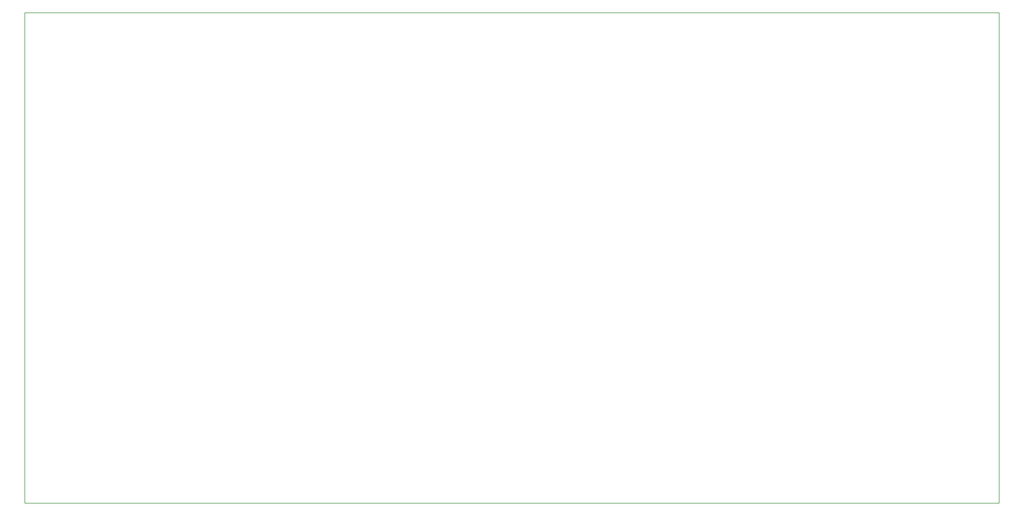
<source format=gm1>
G04*
G04 Format:               Gerber RS-274X*
G04 Layer:                BoardOutline*
G04 This File Name:       bmsE.gm1*
G04 Source File Name:     bmsE.rrb*
G04 Unique ID:            bca468ea-87cd-4f63-8e83-bbeb9de39dea*
G04 Generated Date:       Saturday, 23 August 2014 16:22:35*
G04*
G04 Created Using:        Robot Room Copper Connection v2.6.5209*
G04 Software Contact:     http://www.robotroom.com/CopperConnection/Support.aspx*
G04 License Number:       1402*
G04*
G04 Zero Suppression:     Leading*
G04 Number Precision:     2.4*
G04*
%FSLAX24Y24*%
%MOIN*%
%LNBoardEdge*%
%ADD10R,.006X.006*%
D10*
G01X0Y30000D02*
X59500D01*
Y0D01*
X0D01*
Y30000D01*
M02*

</source>
